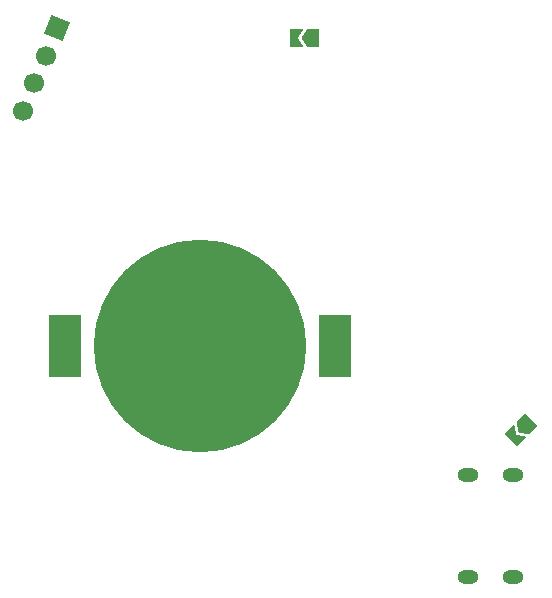
<source format=gbr>
%TF.GenerationSoftware,KiCad,Pcbnew,8.0.5*%
%TF.CreationDate,2024-11-06T13:54:45-05:00*%
%TF.ProjectId,BadgeKittyv2,42616467-654b-4697-9474-7976322e6b69,rev?*%
%TF.SameCoordinates,Original*%
%TF.FileFunction,Soldermask,Bot*%
%TF.FilePolarity,Negative*%
%FSLAX46Y46*%
G04 Gerber Fmt 4.6, Leading zero omitted, Abs format (unit mm)*
G04 Created by KiCad (PCBNEW 8.0.5) date 2024-11-06 13:54:45*
%MOMM*%
%LPD*%
G01*
G04 APERTURE LIST*
G04 Aperture macros list*
%AMRoundRect*
0 Rectangle with rounded corners*
0 $1 Rounding radius*
0 $2 $3 $4 $5 $6 $7 $8 $9 X,Y pos of 4 corners*
0 Add a 4 corners polygon primitive as box body*
4,1,4,$2,$3,$4,$5,$6,$7,$8,$9,$2,$3,0*
0 Add four circle primitives for the rounded corners*
1,1,$1+$1,$2,$3*
1,1,$1+$1,$4,$5*
1,1,$1+$1,$6,$7*
1,1,$1+$1,$8,$9*
0 Add four rect primitives between the rounded corners*
20,1,$1+$1,$2,$3,$4,$5,0*
20,1,$1+$1,$4,$5,$6,$7,0*
20,1,$1+$1,$6,$7,$8,$9,0*
20,1,$1+$1,$8,$9,$2,$3,0*%
%AMHorizOval*
0 Thick line with rounded ends*
0 $1 width*
0 $2 $3 position (X,Y) of the first rounded end (center of the circle)*
0 $4 $5 position (X,Y) of the second rounded end (center of the circle)*
0 Add line between two ends*
20,1,$1,$2,$3,$4,$5,0*
0 Add two circle primitives to create the rounded ends*
1,1,$1,$2,$3*
1,1,$1,$4,$5*%
%AMRotRect*
0 Rectangle, with rotation*
0 The origin of the aperture is its center*
0 $1 length*
0 $2 width*
0 $3 Rotation angle, in degrees counterclockwise*
0 Add horizontal line*
21,1,$1,$2,0,0,$3*%
%AMFreePoly0*
4,1,6,1.000000,0.000000,0.500000,-0.750000,-0.500000,-0.750000,-0.500000,0.750000,0.500000,0.750000,1.000000,0.000000,1.000000,0.000000,$1*%
%AMFreePoly1*
4,1,6,0.500000,-0.750000,-0.650000,-0.750000,-0.150000,0.000000,-0.650000,0.750000,0.500000,0.750000,0.500000,-0.750000,0.500000,-0.750000,$1*%
G04 Aperture macros list end*
%ADD10O,1.804000X1.204000*%
%ADD11RotRect,1.700000X1.700000X338.000000*%
%ADD12HorizOval,1.700000X0.000000X0.000000X0.000000X0.000000X0*%
%ADD13FreePoly0,180.000000*%
%ADD14FreePoly1,180.000000*%
%ADD15FreePoly0,225.000000*%
%ADD16FreePoly1,225.000000*%
%ADD17C,18.004000*%
%ADD18RoundRect,0.102000X1.250000X2.550000X-1.250000X2.550000X-1.250000X-2.550000X1.250000X-2.550000X0*%
G04 APERTURE END LIST*
D10*
%TO.C,J1*%
X132534032Y-131576843D03*
X136334032Y-131576843D03*
X132534032Y-122936843D03*
X136334032Y-122936843D03*
%TD*%
D11*
%TO.C,PROG1*%
X97738012Y-85108593D03*
D12*
X96786511Y-87463640D03*
X95835011Y-89818687D03*
X94883510Y-92173734D03*
%TD*%
D13*
%TO.C,JP2*%
X119456431Y-85979596D03*
D14*
X118006431Y-85979596D03*
%TD*%
D15*
%TO.C,JP3*%
X137520236Y-118652073D03*
D16*
X136494932Y-119677377D03*
%TD*%
D17*
%TO.C,BT1*%
X109834289Y-112089549D03*
D18*
X121284289Y-112089549D03*
X98384289Y-112089549D03*
%TD*%
M02*

</source>
